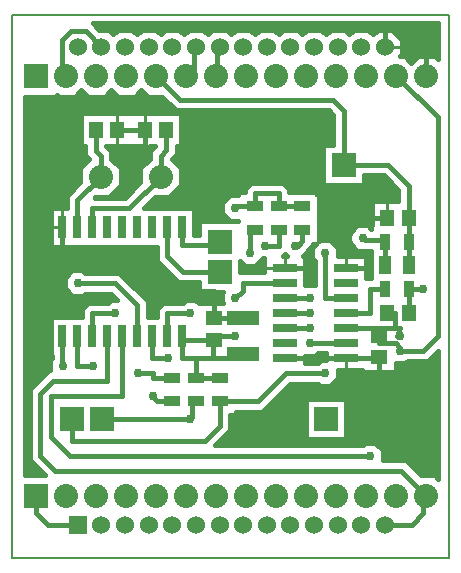
<source format=gbr>
G04 PROTEUS RS274X GERBER FILE*
%FSLAX45Y45*%
%MOMM*%
G01*
%ADD10C,0.381000*%
%ADD11C,0.762000*%
%ADD12C,0.254000*%
%ADD13R,1.524000X1.524000*%
%ADD14C,1.524000*%
%AMPPAD005*
4,1,36,
0.300000,0.885040,
0.300000,-0.885040,
0.298610,-0.899350,
0.294600,-0.912590,
0.288230,-0.924490,
0.279760,-0.934800,
0.269450,-0.943270,
0.257550,-0.949640,
0.244310,-0.953650,
0.230000,-0.955040,
-0.230000,-0.955040,
-0.244310,-0.953650,
-0.257550,-0.949640,
-0.269450,-0.943270,
-0.279760,-0.934800,
-0.288230,-0.924490,
-0.294600,-0.912590,
-0.298610,-0.899350,
-0.300000,-0.885040,
-0.300000,0.885040,
-0.298610,0.899350,
-0.294600,0.912590,
-0.288230,0.924490,
-0.279760,0.934800,
-0.269450,0.943270,
-0.257550,0.949640,
-0.244310,0.953650,
-0.230000,0.955040,
0.230000,0.955040,
0.244310,0.953650,
0.257550,0.949640,
0.269450,0.943270,
0.279760,0.934800,
0.288230,0.924490,
0.294600,0.912590,
0.298610,0.899350,
0.300000,0.885040,
0*%
%ADD15PPAD005*%
%ADD16R,1.447800X0.939800*%
%ADD17R,1.016000X1.524000*%
%ADD18R,2.032000X0.635000*%
%ADD19C,2.032000*%
%ADD70R,1.447800X1.143000*%
%ADD71R,1.143000X1.447800*%
%ADD20R,2.032000X2.032000*%
%ADD21R,0.939800X1.447800*%
%ADD22R,2.692400X1.143000*%
%ADD23C,0.203200*%
G36*
X+3605772Y-376306D02*
X+3578789Y-349323D01*
X+3436755Y-349323D01*
X+3380772Y-405306D01*
X+3324789Y-349323D01*
X+3283765Y-349323D01*
X+3301821Y-331267D01*
X+3301821Y-210277D01*
X+3216267Y-124723D01*
X+3095277Y-124723D01*
X+3055772Y-164228D01*
X+3016267Y-124723D01*
X+2895277Y-124723D01*
X+2855772Y-164228D01*
X+2816267Y-124723D01*
X+2695277Y-124723D01*
X+2655772Y-164228D01*
X+2616267Y-124723D01*
X+2495277Y-124723D01*
X+2455772Y-164228D01*
X+2416267Y-124723D01*
X+2295277Y-124723D01*
X+2255772Y-164228D01*
X+2216267Y-124723D01*
X+2095277Y-124723D01*
X+2055772Y-164228D01*
X+2016267Y-124723D01*
X+1895277Y-124723D01*
X+1855772Y-164228D01*
X+1816267Y-124723D01*
X+1695277Y-124723D01*
X+1655772Y-164228D01*
X+1616267Y-124723D01*
X+1495277Y-124723D01*
X+1455772Y-164228D01*
X+1416267Y-124723D01*
X+1295277Y-124723D01*
X+1255772Y-164228D01*
X+1216267Y-124723D01*
X+1095277Y-124723D01*
X+1055772Y-164228D01*
X+1016267Y-124723D01*
X+895277Y-124723D01*
X+855772Y-164228D01*
X+816267Y-124723D01*
X+735445Y-124723D01*
X+681494Y-70772D01*
X+3605772Y-70772D01*
X+3605772Y-376306D01*
G37*
G36*
X+1150755Y-692221D02*
X+1267499Y-692221D01*
X+1384949Y-809671D01*
X+2679449Y-809671D01*
X+2716873Y-847095D01*
X+2716873Y-1099323D01*
X+2634323Y-1099323D01*
X+2634323Y-1442221D01*
X+2977221Y-1442221D01*
X+2977221Y-1359671D01*
X+3144449Y-1359671D01*
X+3266873Y-1482095D01*
X+3266873Y-1578533D01*
X+3048773Y-1578533D01*
X+3048773Y-1778533D01*
X+3038933Y-1778533D01*
X+3038933Y-1809270D01*
X+3011486Y-1781823D01*
X+2922058Y-1781823D01*
X+2858823Y-1845058D01*
X+2858823Y-1854941D01*
X+2855554Y-1851672D01*
X+2823990Y-1851672D01*
X+2801672Y-1873990D01*
X+2801672Y-1905554D01*
X+2823990Y-1927872D01*
X+2855554Y-1927872D01*
X+2858823Y-1924603D01*
X+2858823Y-1934486D01*
X+2922058Y-1997721D01*
X+3035123Y-1997721D01*
X+3035123Y-2231873D01*
X+2997921Y-2231873D01*
X+2997921Y-2038173D01*
X+2757221Y-2038173D01*
X+2757221Y-1972058D01*
X+2693986Y-1908823D01*
X+2604558Y-1908823D01*
X+2598011Y-1915370D01*
X+2598011Y-1546872D01*
X+2601554Y-1546872D01*
X+2623872Y-1524554D01*
X+2623872Y-1492990D01*
X+2601554Y-1470672D01*
X+2569990Y-1470672D01*
X+2547672Y-1492990D01*
X+2547672Y-1503933D01*
X+2344671Y-1503933D01*
X+2344671Y-1471949D01*
X+2292595Y-1419873D01*
X+2018949Y-1419873D01*
X+1966873Y-1471949D01*
X+1966873Y-1503933D01*
X+1913533Y-1503933D01*
X+1913533Y-1527823D01*
X+1842558Y-1527823D01*
X+1779323Y-1591058D01*
X+1779323Y-1680486D01*
X+1842558Y-1743721D01*
X+1913533Y-1743721D01*
X+1913533Y-1749323D01*
X+1584323Y-1749323D01*
X+1584323Y-1862507D01*
X+1540621Y-1862507D01*
X+1540621Y-1633399D01*
X+1118867Y-1633399D01*
X+1210045Y-1542221D01*
X+1326789Y-1542221D01*
X+1427221Y-1441789D01*
X+1427221Y-1299755D01*
X+1350116Y-1222650D01*
X+1394671Y-1178095D01*
X+1394671Y-1113011D01*
X+1432771Y-1113011D01*
X+1432771Y-828533D01*
X+578773Y-828533D01*
X+578773Y-1113011D01*
X+616873Y-1113011D01*
X+616873Y-1186095D01*
X+653428Y-1222650D01*
X+576323Y-1299755D01*
X+576323Y-1416499D01*
X+462873Y-1529949D01*
X+462873Y-1633399D01*
X+324923Y-1633399D01*
X+324923Y-1964105D01*
X+1224873Y-1964105D01*
X+1224873Y-2082595D01*
X+1405949Y-2263671D01*
X+1584323Y-2263671D01*
X+1584323Y-2346221D01*
X+1786160Y-2346221D01*
X+1779323Y-2353058D01*
X+1779323Y-2442486D01*
X+1780610Y-2443773D01*
X+1577936Y-2443773D01*
X+1550986Y-2416823D01*
X+1461558Y-2416823D01*
X+1442508Y-2435873D01*
X+1276949Y-2435873D01*
X+1224873Y-2487949D01*
X+1224873Y-2555419D01*
X+1148671Y-2555419D01*
X+1148671Y-2422449D01*
X+908095Y-2181873D01*
X+617536Y-2181873D01*
X+598486Y-2162823D01*
X+509058Y-2162823D01*
X+445823Y-2226058D01*
X+445823Y-2315486D01*
X+509058Y-2378721D01*
X+598486Y-2378721D01*
X+617536Y-2359671D01*
X+834449Y-2359671D01*
X+891601Y-2416823D01*
X+826558Y-2416823D01*
X+807508Y-2435873D01*
X+641951Y-2435873D01*
X+589875Y-2487949D01*
X+589875Y-2555419D01*
X+324923Y-2555419D01*
X+324923Y-2886125D01*
X+335873Y-2886125D01*
X+335873Y-2907508D01*
X+318823Y-2924558D01*
X+318823Y-3007373D01*
X+311215Y-3007373D01*
X+147373Y-3171215D01*
X+147373Y-3768095D01*
X+278601Y-3899323D01*
X+105772Y-3899323D01*
X+105772Y-692221D01*
X+377221Y-692221D01*
X+377221Y-680687D01*
X+388755Y-692221D01*
X+530789Y-692221D01*
X+586772Y-636238D01*
X+642755Y-692221D01*
X+784789Y-692221D01*
X+840772Y-636238D01*
X+896755Y-692221D01*
X+1038789Y-692221D01*
X+1094772Y-636238D01*
X+1150755Y-692221D01*
G37*
%LPC*%
G36*
X+982490Y-2181872D02*
X+1014054Y-2181872D01*
X+1036372Y-2159554D01*
X+1036372Y-2127990D01*
X+1014054Y-2105672D01*
X+982490Y-2105672D01*
X+960172Y-2127990D01*
X+960172Y-2159554D01*
X+982490Y-2181872D01*
G37*
G36*
X+2442990Y-908872D02*
X+2474554Y-908872D01*
X+2496872Y-886554D01*
X+2496872Y-854990D01*
X+2474554Y-832672D01*
X+2442990Y-832672D01*
X+2420672Y-854990D01*
X+2420672Y-886554D01*
X+2442990Y-908872D01*
G37*
%LPD*%
G36*
X+3605772Y-3926306D02*
X+3578789Y-3899323D01*
X+3462045Y-3899323D01*
X+3332095Y-3769373D01*
X+3138221Y-3769373D01*
X+3138221Y-3686558D01*
X+3074986Y-3623323D01*
X+2985558Y-3623323D01*
X+2966508Y-3642373D01*
X+1716393Y-3642373D01*
X+1844671Y-3514095D01*
X+1844671Y-3387611D01*
X+1898011Y-3387611D01*
X+1898011Y-3359671D01*
X+2114595Y-3359671D01*
X+2352595Y-3121671D01*
X+2585508Y-3121671D01*
X+2604558Y-3140721D01*
X+2693986Y-3140721D01*
X+2757221Y-3077486D01*
X+2757221Y-3003371D01*
X+2963533Y-3003371D01*
X+2963533Y-3027771D01*
X+3248011Y-3027771D01*
X+3248011Y-2950221D01*
X+3328986Y-2950221D01*
X+3348036Y-2931171D01*
X+3517095Y-2931171D01*
X+3605772Y-2842494D01*
X+3605772Y-3926306D01*
G37*
%LPC*%
G36*
X+2484323Y-3592221D02*
X+2827221Y-3592221D01*
X+2827221Y-3249323D01*
X+2484323Y-3249323D01*
X+2484323Y-3592221D01*
G37*
G36*
X+3089990Y-3108872D02*
X+3121554Y-3108872D01*
X+3143872Y-3086554D01*
X+3143872Y-3054990D01*
X+3121554Y-3032672D01*
X+3089990Y-3032672D01*
X+3067672Y-3054990D01*
X+3067672Y-3086554D01*
X+3089990Y-3108872D01*
G37*
%LPD*%
G36*
X+1192911Y-1128411D02*
X+1166873Y-1154449D01*
X+1166873Y-1217205D01*
X+1084323Y-1299755D01*
X+1084323Y-1416499D01*
X+953949Y-1546873D01*
X+697393Y-1546873D01*
X+702045Y-1542221D01*
X+818789Y-1542221D01*
X+919221Y-1441789D01*
X+919221Y-1299755D01*
X+836671Y-1217205D01*
X+836671Y-1154449D01*
X+795233Y-1113011D01*
X+1087172Y-1113011D01*
X+1087172Y-1143554D01*
X+1109490Y-1165872D01*
X+1141054Y-1165872D01*
X+1163372Y-1143554D01*
X+1163372Y-1113011D01*
X+1208311Y-1113011D01*
X+1192911Y-1128411D01*
G37*
G36*
X+2327510Y-2038173D02*
X+2296593Y-2038173D01*
X+2312052Y-2022714D01*
X+2327510Y-2038173D01*
G37*
G36*
X+2134323Y-2177873D02*
X+1927221Y-2177873D01*
X+1927221Y-2082384D01*
X+1969558Y-2124721D01*
X+2058986Y-2124721D01*
X+2122221Y-2061486D01*
X+2122221Y-2061221D01*
X+2134323Y-2061221D01*
X+2134323Y-2177873D01*
G37*
G36*
X+2541323Y-1972058D02*
X+2541323Y-2061486D01*
X+2560373Y-2080536D01*
X+2560373Y-2289823D01*
X+2477558Y-2289823D01*
X+2477221Y-2290160D01*
X+2477221Y-2038173D01*
X+2463034Y-2038173D01*
X+2503221Y-1997986D01*
X+2503221Y-1993445D01*
X+2544671Y-1951995D01*
X+2544671Y-1937611D01*
X+2575770Y-1937611D01*
X+2541323Y-1972058D01*
G37*
%LPC*%
G36*
X+2506490Y-2181872D02*
X+2538054Y-2181872D01*
X+2560372Y-2159554D01*
X+2560372Y-2127990D01*
X+2538054Y-2105672D01*
X+2506490Y-2105672D01*
X+2484172Y-2127990D01*
X+2484172Y-2159554D01*
X+2506490Y-2181872D01*
G37*
%LPD*%
G36*
X+2655023Y-2876371D02*
X+2655023Y-2924823D01*
X+2604558Y-2924823D01*
X+2585508Y-2943873D01*
X+2477221Y-2943873D01*
X+2477221Y-2886384D01*
X+2477558Y-2886721D01*
X+2566986Y-2886721D01*
X+2590036Y-2863671D01*
X+2655023Y-2863671D01*
X+2655023Y-2876371D01*
G37*
D10*
X+1506272Y-2524772D02*
X+1313772Y-2524772D01*
X+1313772Y-2720772D01*
X+2014272Y-2016772D02*
X+2014272Y-1820772D01*
X+2055772Y-1820772D01*
X+1506272Y-3420772D02*
X+1525322Y-3401722D01*
X+1525322Y-3270772D01*
X+1555772Y-3270772D01*
X+2522272Y-2524772D02*
X+2518272Y-2520772D01*
X+2305772Y-2520772D01*
X+759772Y-3420772D02*
X+1506272Y-3420772D01*
X+680772Y-2969272D02*
X+551772Y-2969272D01*
X+551772Y-2720772D01*
X+1755772Y-3270772D02*
X+1755772Y-3477272D01*
X+1628772Y-3604272D01*
X+505772Y-3604272D01*
X+505772Y-3420772D01*
X+426772Y-2969272D02*
X+424772Y-2967272D01*
X+424772Y-2720772D01*
X+1755772Y-3270772D02*
X+2077772Y-3270772D01*
X+2315772Y-3032772D01*
X+2649272Y-3032772D01*
X+2522272Y-2397772D02*
X+2305772Y-2397772D01*
X+2305772Y-2393772D01*
X+747772Y-1370772D02*
X+551772Y-1566772D01*
X+551772Y-1798752D01*
X+747772Y-1370772D02*
X+747772Y-1191272D01*
X+705772Y-1149272D01*
X+705772Y-970772D01*
X+1255772Y-1370772D02*
X+990772Y-1635772D01*
X+678772Y-1635772D01*
X+678772Y-1798752D01*
X+1255772Y-1370772D02*
X+1255772Y-1191272D01*
X+1305772Y-1141272D01*
X+1305772Y-970772D01*
X+1755772Y-2174772D02*
X+1442772Y-2174772D01*
X+1313772Y-2045772D01*
X+1313772Y-1798752D01*
X+2522272Y-2651772D02*
X+2305772Y-2651772D01*
X+2305772Y-2647772D01*
X+2395272Y-1953272D02*
X+2417672Y-1953272D01*
X+2455772Y-1915172D01*
X+2455772Y-1820772D01*
X+1887272Y-2397772D02*
X+1950772Y-2334272D01*
X+1950772Y-2266772D01*
X+2305772Y-2266772D01*
X+1755772Y-1920772D02*
X+1725138Y-1951406D01*
X+1440772Y-1951406D01*
X+1440772Y-1798752D01*
X+2522272Y-2778772D02*
X+2526272Y-2774772D01*
X+2826472Y-2774772D01*
X+3155772Y-1920772D02*
X+3155772Y-1908822D01*
X+2985822Y-1908822D01*
X+2966772Y-1889772D01*
X+3155772Y-1920772D02*
X+3155772Y-2120772D01*
X+3355772Y-2320772D02*
X+3355772Y-2520772D01*
X+2649272Y-2016772D02*
X+2649272Y-2393772D01*
X+2826472Y-2393772D01*
X+2826472Y-2520772D02*
X+3030272Y-2520772D01*
X+3030272Y-2320772D01*
X+3155772Y-2320772D01*
X+1440772Y-2720772D02*
X+1440772Y-2720771D01*
X+1696772Y-2905772D02*
X+1555772Y-2905772D01*
X+1696772Y-2905772D02*
X+1852272Y-2905772D01*
X+1887272Y-2870772D01*
X+1955772Y-2870772D01*
X+1555772Y-3070772D02*
X+1555772Y-2905772D01*
X+1696772Y-2778772D02*
X+1696772Y-2905772D01*
X+1188772Y-3223272D02*
X+1188772Y-3232672D01*
X+1226872Y-3270772D01*
X+1355772Y-3270772D01*
X+2255772Y-1620772D02*
X+2255772Y-1508772D01*
X+2055772Y-1508772D01*
X+2055772Y-1620772D01*
X+1555772Y-3070772D02*
X+1555772Y-3070773D01*
X+1755772Y-3070773D01*
X+1755772Y-3070772D01*
X+1705772Y-2750772D02*
X+1705772Y-2715272D01*
X+1887272Y-2715272D01*
X+2055772Y-1620772D02*
X+1902272Y-1620772D01*
X+1887272Y-1635772D01*
X+1443399Y-2750772D02*
X+1569772Y-2750772D01*
X+2255772Y-1620772D02*
X+2455772Y-1620772D01*
X+1705772Y-2750772D02*
X+1696772Y-2750772D01*
X+1696772Y-2778772D01*
X+1569772Y-2750772D02*
X+1696772Y-2750772D01*
X+1443399Y-2750772D02*
X+1440772Y-2753399D01*
X+1555772Y-2905772D02*
X+1440772Y-2905772D01*
X+1440772Y-2753399D01*
X+1440772Y-2720772D01*
X+1755772Y-270772D02*
X+1736722Y-289822D01*
X+1736722Y-513822D01*
X+1729772Y-520772D01*
X+1555772Y-270772D02*
X+1536722Y-289822D01*
X+1536722Y-459822D01*
X+1475772Y-520772D01*
X+1061772Y-3032772D02*
X+1188772Y-3032772D01*
X+1188772Y-3070772D01*
X+1355772Y-3070772D01*
X+678772Y-2720772D02*
X+678773Y-2720772D01*
X+871272Y-2524772D02*
X+678773Y-2524772D01*
X+678772Y-2720772D01*
X+1315772Y-2905772D02*
X+1186772Y-2905772D01*
X+1186772Y-2720772D01*
X+2141272Y-1953272D02*
X+2255772Y-1953272D01*
X+2255772Y-1820772D01*
X+3240648Y-2649024D02*
X+3220772Y-2647772D01*
X+2826472Y-2647772D01*
X+3284272Y-2715272D02*
X+3258872Y-2715272D01*
X+3284272Y-2651772D01*
X+3240648Y-2649024D01*
X+3240648Y-2520772D01*
X+3175772Y-2520772D01*
X+3284272Y-2842272D02*
X+3284272Y-2816872D01*
X+3246172Y-2778772D01*
X+3105772Y-2778772D01*
X+3105772Y-2720772D01*
X+2826472Y-2901772D02*
X+3105772Y-2901772D01*
X+1705772Y-2570772D02*
X+1705772Y-2334272D01*
X+1315772Y-2334272D01*
X+1125272Y-2143772D01*
X+998272Y-2143772D01*
X+553772Y-2143772D01*
X+424772Y-2014772D01*
X+424772Y-1798752D01*
X+424772Y-1798753D01*
X+3507772Y-520772D02*
X+3507772Y-238772D01*
X+3380772Y-111772D01*
X+3155772Y-111772D01*
X+3155772Y-270772D01*
X+2839772Y-1889772D02*
X+2839772Y-1720772D01*
X+3175772Y-1720772D01*
X+2839772Y-1889772D02*
X+2839772Y-2016772D01*
X+3030272Y-2016772D01*
X+3030272Y-2139772D01*
X+2826472Y-2139772D01*
X+2522272Y-2143772D02*
X+2518272Y-2139772D01*
X+2305772Y-2139772D01*
X+3105772Y-2901772D02*
X+3105772Y-2900772D01*
X+1125272Y-1127772D02*
X+1125772Y-1127272D01*
X+1125772Y-970772D01*
X+2826472Y-2901772D02*
X+2826472Y-2901773D01*
X+2585772Y-2901773D01*
X+2585771Y-2901772D01*
X+2305772Y-2901772D01*
X+1705772Y-2570772D02*
X+1705772Y-2570773D01*
X+1955772Y-2570773D01*
X+1955772Y-2570772D01*
X+805772Y-2720772D02*
X+805773Y-2720772D01*
X+553772Y-2270772D02*
X+871272Y-2270772D01*
X+1059772Y-2459272D01*
X+1059772Y-2720772D01*
X+3030272Y-3731272D02*
X+490272Y-3731272D01*
X+329747Y-3570747D01*
X+329747Y-3223272D01*
X+932772Y-3223272D01*
X+932772Y-2720772D01*
X+3355772Y-1720772D02*
X+3355772Y-1445272D01*
X+3181272Y-1270772D01*
X+2805772Y-1270772D01*
X+3355772Y-1920772D02*
X+3355772Y-2072652D01*
X+3363392Y-2080272D01*
X+3363392Y-2120612D01*
X+3355772Y-1720772D02*
X+3355772Y-1920772D01*
X+3105772Y-3070772D02*
X+3105772Y-2901772D01*
X+3355772Y-2320772D02*
X+3474772Y-2320772D01*
X+3155772Y-4320772D02*
X+3381506Y-4320772D01*
X+3482196Y-4220082D01*
X+3482196Y-4096348D01*
X+3507772Y-4070772D01*
X+555772Y-4320772D02*
X+305772Y-4320772D01*
X+205772Y-4220772D01*
X+205772Y-4070772D01*
X+2805772Y-1270772D02*
X+2805772Y-810272D01*
X+2716272Y-720772D01*
X+1421772Y-720772D01*
X+1221772Y-520772D01*
X+2458772Y-870772D02*
X+2458772Y-1381772D01*
X+2585772Y-1508772D01*
X+1125772Y-970772D02*
X+885772Y-970772D01*
X+459772Y-520772D02*
X+409772Y-470772D01*
X+405772Y-470772D01*
X+422422Y-454122D01*
X+422422Y-215537D01*
X+500537Y-137422D01*
X+622422Y-137422D01*
X+755772Y-270772D01*
X+3601772Y-2720772D02*
X+3480272Y-2842272D01*
X+3253772Y-520772D02*
X+3601772Y-868772D01*
X+3601772Y-2720772D01*
X+3480272Y-2842272D02*
X+3411272Y-2842272D01*
X+3284272Y-2842272D01*
X+355772Y-3096272D02*
X+348038Y-3096272D01*
X+236272Y-3208038D01*
X+236272Y-3220772D01*
X+3507772Y-4070772D02*
X+3295272Y-3858272D01*
X+363272Y-3858272D01*
X+236272Y-3731272D01*
X+236272Y-3220772D01*
X+355772Y-3096272D02*
X+805773Y-3096272D01*
X+805772Y-2720772D01*
D11*
X+1506272Y-2524772D03*
X+2014272Y-2016772D03*
X+2522272Y-2524772D03*
X+680772Y-2969272D03*
X+1506272Y-3420772D03*
X+426772Y-2969272D03*
X+2649272Y-3032772D03*
X+2522272Y-2397772D03*
X+2522272Y-2651772D03*
X+2395272Y-1953272D03*
X+1887272Y-2397772D03*
X+2522272Y-2778772D03*
X+2649272Y-2016772D03*
X+1188772Y-3223272D03*
X+1887272Y-2715272D03*
X+1887272Y-1635772D03*
X+1061772Y-3032772D03*
X+871272Y-2524772D03*
X+2141272Y-1953272D03*
X+1315772Y-2905772D03*
X+3284272Y-2842272D03*
X+3284272Y-2715272D03*
X+3105772Y-3070772D03*
X+1125272Y-1127772D03*
X+998272Y-2143772D03*
X+2839772Y-1889772D03*
X+553772Y-2270772D03*
X+3030272Y-3731272D03*
X+2522272Y-2143772D03*
X+3474772Y-2320772D03*
X+2966772Y-1889772D03*
X+2458772Y-870772D03*
X+2585772Y-1508772D03*
D10*
X+3605772Y-376306D02*
X+3578789Y-349323D01*
X+3436755Y-349323D01*
X+3380772Y-405306D01*
X+3324789Y-349323D01*
X+3283765Y-349323D01*
X+3301821Y-331267D01*
X+3301821Y-210277D01*
X+3216267Y-124723D01*
X+3095277Y-124723D01*
X+3055772Y-164228D01*
X+3016267Y-124723D01*
X+2895277Y-124723D01*
X+2855772Y-164228D01*
X+2816267Y-124723D01*
X+2695277Y-124723D01*
X+2655772Y-164228D01*
X+2616267Y-124723D01*
X+2495277Y-124723D01*
X+2455772Y-164228D01*
X+2416267Y-124723D01*
X+2295277Y-124723D01*
X+2255772Y-164228D01*
X+2216267Y-124723D01*
X+2095277Y-124723D01*
X+2055772Y-164228D01*
X+2016267Y-124723D01*
X+1895277Y-124723D01*
X+1855772Y-164228D01*
X+1816267Y-124723D01*
X+1695277Y-124723D01*
X+1655772Y-164228D01*
X+1616267Y-124723D01*
X+1495277Y-124723D01*
X+1455772Y-164228D01*
X+1416267Y-124723D01*
X+1295277Y-124723D01*
X+1255772Y-164228D01*
X+1216267Y-124723D01*
X+1095277Y-124723D01*
X+1055772Y-164228D01*
X+1016267Y-124723D01*
X+895277Y-124723D01*
X+855772Y-164228D01*
X+816267Y-124723D01*
X+735445Y-124723D01*
X+681494Y-70772D01*
X+3605772Y-70772D01*
X+3605772Y-376306D01*
X+1150755Y-692221D02*
X+1267499Y-692221D01*
X+1384949Y-809671D01*
X+2679449Y-809671D01*
X+2716873Y-847095D01*
X+2716873Y-1099323D01*
X+2634323Y-1099323D01*
X+2634323Y-1442221D01*
X+2977221Y-1442221D01*
X+2977221Y-1359671D01*
X+3144449Y-1359671D01*
X+3266873Y-1482095D01*
X+3266873Y-1578533D01*
X+3048773Y-1578533D01*
X+3048773Y-1778533D01*
X+3038933Y-1778533D01*
X+3038933Y-1809270D01*
X+3011486Y-1781823D01*
X+2922058Y-1781823D01*
X+2858823Y-1845058D01*
X+2858823Y-1854941D01*
X+2855554Y-1851672D01*
X+2823990Y-1851672D01*
X+2801672Y-1873990D01*
X+2801672Y-1905554D01*
X+2823990Y-1927872D01*
X+2855554Y-1927872D01*
X+2858823Y-1924603D01*
X+2858823Y-1934486D01*
X+2922058Y-1997721D01*
X+3035123Y-1997721D01*
X+3035123Y-2231873D01*
X+2997921Y-2231873D01*
X+2997921Y-2038173D01*
X+2757221Y-2038173D01*
X+2757221Y-1972058D01*
X+2693986Y-1908823D01*
X+2604558Y-1908823D01*
X+2598011Y-1915370D01*
X+2598011Y-1546872D01*
X+2601554Y-1546872D01*
X+2623872Y-1524554D01*
X+2623872Y-1492990D01*
X+2601554Y-1470672D01*
X+2569990Y-1470672D01*
X+2547672Y-1492990D01*
X+2547672Y-1503933D01*
X+2344671Y-1503933D01*
X+2344671Y-1471949D01*
X+2292595Y-1419873D01*
X+2018949Y-1419873D01*
X+1966873Y-1471949D01*
X+1966873Y-1503933D01*
X+1913533Y-1503933D01*
X+1913533Y-1527823D01*
X+1842558Y-1527823D01*
X+1779323Y-1591058D01*
X+1779323Y-1680486D01*
X+1842558Y-1743721D01*
X+1913533Y-1743721D01*
X+1913533Y-1749323D01*
X+1584323Y-1749323D01*
X+1584323Y-1862507D01*
X+1540621Y-1862507D01*
X+1540621Y-1633399D01*
X+1118867Y-1633399D01*
X+1210045Y-1542221D01*
X+1326789Y-1542221D01*
X+1427221Y-1441789D01*
X+1427221Y-1299755D01*
X+1350116Y-1222650D01*
X+1394671Y-1178095D01*
X+1394671Y-1113011D01*
X+1432771Y-1113011D01*
X+1432771Y-828533D01*
X+578773Y-828533D01*
X+578773Y-1113011D01*
X+616873Y-1113011D01*
X+616873Y-1186095D01*
X+653428Y-1222650D01*
X+576323Y-1299755D01*
X+576323Y-1416499D01*
X+462873Y-1529949D01*
X+462873Y-1633399D01*
X+324923Y-1633399D01*
X+324923Y-1964105D01*
X+1224873Y-1964105D01*
X+1224873Y-2082595D01*
X+1405949Y-2263671D01*
X+1584323Y-2263671D01*
X+1584323Y-2346221D01*
X+1786160Y-2346221D01*
X+1779323Y-2353058D01*
X+1779323Y-2442486D01*
X+1780610Y-2443773D01*
X+1577936Y-2443773D01*
X+1550986Y-2416823D01*
X+1461558Y-2416823D01*
X+1442508Y-2435873D01*
X+1276949Y-2435873D01*
X+1224873Y-2487949D01*
X+1224873Y-2555419D01*
X+1148671Y-2555419D01*
X+1148671Y-2422449D01*
X+908095Y-2181873D01*
X+617536Y-2181873D01*
X+598486Y-2162823D01*
X+509058Y-2162823D01*
X+445823Y-2226058D01*
X+445823Y-2315486D01*
X+509058Y-2378721D01*
X+598486Y-2378721D01*
X+617536Y-2359671D01*
X+834449Y-2359671D01*
X+891601Y-2416823D01*
X+826558Y-2416823D01*
X+807508Y-2435873D01*
X+641951Y-2435873D01*
X+589875Y-2487949D01*
X+589875Y-2555419D01*
X+324923Y-2555419D01*
X+324923Y-2886125D01*
X+335873Y-2886125D01*
X+335873Y-2907508D01*
X+318823Y-2924558D01*
X+318823Y-3007373D01*
X+311215Y-3007373D01*
X+147373Y-3171215D01*
X+147373Y-3768095D01*
X+278601Y-3899323D01*
X+105772Y-3899323D01*
X+105772Y-692221D01*
X+377221Y-692221D01*
X+377221Y-680687D01*
X+388755Y-692221D01*
X+530789Y-692221D01*
X+586772Y-636238D01*
X+642755Y-692221D01*
X+784789Y-692221D01*
X+840772Y-636238D01*
X+896755Y-692221D01*
X+1038789Y-692221D01*
X+1094772Y-636238D01*
X+1150755Y-692221D01*
X+982490Y-2181872D02*
X+1014054Y-2181872D01*
X+1036372Y-2159554D01*
X+1036372Y-2127990D01*
X+1014054Y-2105672D01*
X+982490Y-2105672D01*
X+960172Y-2127990D01*
X+960172Y-2159554D01*
X+982490Y-2181872D01*
X+2442990Y-908872D02*
X+2474554Y-908872D01*
X+2496872Y-886554D01*
X+2496872Y-854990D01*
X+2474554Y-832672D01*
X+2442990Y-832672D01*
X+2420672Y-854990D01*
X+2420672Y-886554D01*
X+2442990Y-908872D01*
X+3605772Y-3926306D02*
X+3578789Y-3899323D01*
X+3462045Y-3899323D01*
X+3332095Y-3769373D01*
X+3138221Y-3769373D01*
X+3138221Y-3686558D01*
X+3074986Y-3623323D01*
X+2985558Y-3623323D01*
X+2966508Y-3642373D01*
X+1716393Y-3642373D01*
X+1844671Y-3514095D01*
X+1844671Y-3387611D01*
X+1898011Y-3387611D01*
X+1898011Y-3359671D01*
X+2114595Y-3359671D01*
X+2352595Y-3121671D01*
X+2585508Y-3121671D01*
X+2604558Y-3140721D01*
X+2693986Y-3140721D01*
X+2757221Y-3077486D01*
X+2757221Y-3003371D01*
X+2963533Y-3003371D01*
X+2963533Y-3027771D01*
X+3248011Y-3027771D01*
X+3248011Y-2950221D01*
X+3328986Y-2950221D01*
X+3348036Y-2931171D01*
X+3517095Y-2931171D01*
X+3605772Y-2842494D01*
X+3605772Y-3926306D01*
X+2484323Y-3592221D02*
X+2827221Y-3592221D01*
X+2827221Y-3249323D01*
X+2484323Y-3249323D01*
X+2484323Y-3592221D01*
X+3089990Y-3108872D02*
X+3121554Y-3108872D01*
X+3143872Y-3086554D01*
X+3143872Y-3054990D01*
X+3121554Y-3032672D01*
X+3089990Y-3032672D01*
X+3067672Y-3054990D01*
X+3067672Y-3086554D01*
X+3089990Y-3108872D01*
X+1192911Y-1128411D02*
X+1166873Y-1154449D01*
X+1166873Y-1217205D01*
X+1084323Y-1299755D01*
X+1084323Y-1416499D01*
X+953949Y-1546873D01*
X+697393Y-1546873D01*
X+702045Y-1542221D01*
X+818789Y-1542221D01*
X+919221Y-1441789D01*
X+919221Y-1299755D01*
X+836671Y-1217205D01*
X+836671Y-1154449D01*
X+795233Y-1113011D01*
X+1087172Y-1113011D01*
X+1087172Y-1143554D01*
X+1109490Y-1165872D01*
X+1141054Y-1165872D01*
X+1163372Y-1143554D01*
X+1163372Y-1113011D01*
X+1208311Y-1113011D01*
X+1192911Y-1128411D01*
X+2327510Y-2038173D02*
X+2296593Y-2038173D01*
X+2312052Y-2022714D01*
X+2327510Y-2038173D01*
X+2134323Y-2177873D02*
X+1927221Y-2177873D01*
X+1927221Y-2082384D01*
X+1969558Y-2124721D01*
X+2058986Y-2124721D01*
X+2122221Y-2061486D01*
X+2122221Y-2061221D01*
X+2134323Y-2061221D01*
X+2134323Y-2177873D01*
X+2541323Y-1972058D02*
X+2541323Y-2061486D01*
X+2560373Y-2080536D01*
X+2560373Y-2289823D01*
X+2477558Y-2289823D01*
X+2477221Y-2290160D01*
X+2477221Y-2038173D01*
X+2463034Y-2038173D01*
X+2503221Y-1997986D01*
X+2503221Y-1993445D01*
X+2544671Y-1951995D01*
X+2544671Y-1937611D01*
X+2575770Y-1937611D01*
X+2541323Y-1972058D01*
X+2506490Y-2181872D02*
X+2538054Y-2181872D01*
X+2560372Y-2159554D01*
X+2560372Y-2127990D01*
X+2538054Y-2105672D01*
X+2506490Y-2105672D01*
X+2484172Y-2127990D01*
X+2484172Y-2159554D01*
X+2506490Y-2181872D01*
X+2655023Y-2876371D02*
X+2655023Y-2924823D01*
X+2604558Y-2924823D01*
X+2585508Y-2943873D01*
X+2477221Y-2943873D01*
X+2477221Y-2886384D01*
X+2477558Y-2886721D01*
X+2566986Y-2886721D01*
X+2590036Y-2863671D01*
X+2655023Y-2863671D01*
X+2655023Y-2876371D01*
D12*
X+3301821Y-270772D02*
X+3155772Y-270772D01*
X+3155772Y-124723D02*
X+3155772Y-270772D01*
X+424772Y-1633399D02*
X+424772Y-1798752D01*
X+424772Y-1964105D02*
X+424772Y-1798752D01*
X+324923Y-1798752D02*
X+424772Y-1798752D01*
X+2305772Y-2038173D02*
X+2305772Y-2139772D01*
X+2477221Y-2139772D02*
X+2305772Y-2139772D01*
X+2134323Y-2139772D02*
X+2305772Y-2139772D01*
X+2477221Y-2901772D02*
X+2305772Y-2901772D01*
X+2826472Y-3003371D02*
X+2826472Y-2901772D01*
X+2655023Y-2901772D02*
X+2826472Y-2901772D01*
X+2826472Y-2038173D02*
X+2826472Y-2139772D01*
X+2997921Y-2139772D02*
X+2826472Y-2139772D01*
X+1705772Y-2443773D02*
X+1705772Y-2570772D01*
X+885772Y-1113011D02*
X+885772Y-970772D01*
X+885772Y-828533D02*
X+885772Y-970772D01*
X+1125772Y-828533D02*
X+1125772Y-970772D01*
X+3048773Y-1720772D02*
X+3175772Y-1720772D01*
X+3175772Y-1578533D02*
X+3175772Y-1720772D01*
X+3105772Y-3027771D02*
X+3105772Y-2900772D01*
X+3507772Y-349323D02*
X+3507772Y-520772D01*
D13*
X+555772Y-4320772D03*
D14*
X+555772Y-270772D03*
X+755772Y-4320772D03*
X+755772Y-270772D03*
X+955772Y-4320772D03*
X+955772Y-270772D03*
X+1155772Y-4320772D03*
X+1155772Y-270772D03*
X+1355772Y-4320772D03*
X+1355772Y-270772D03*
X+1555772Y-4320772D03*
X+1555772Y-270772D03*
X+1755772Y-4320772D03*
X+1755772Y-270772D03*
X+1955772Y-4320772D03*
X+1955772Y-270772D03*
X+2155772Y-4320772D03*
X+2155772Y-270772D03*
X+2355772Y-4320772D03*
X+2355772Y-270772D03*
X+2555772Y-4320772D03*
X+2555772Y-270772D03*
X+2755772Y-4320772D03*
X+2755772Y-270772D03*
X+2955772Y-4320772D03*
X+2955772Y-270772D03*
X+3155772Y-4320772D03*
X+3155772Y-270772D03*
D15*
X+1440772Y-1798752D03*
X+1313772Y-1798752D03*
X+1186772Y-1798752D03*
X+1059772Y-1798752D03*
X+932772Y-1798752D03*
X+805772Y-1798752D03*
X+678772Y-1798752D03*
X+551772Y-1798752D03*
X+424772Y-1798752D03*
X+424772Y-2720772D03*
X+551772Y-2720772D03*
X+678772Y-2720772D03*
X+805772Y-2720772D03*
X+932772Y-2720772D03*
X+1059772Y-2720772D03*
X+1186772Y-2720772D03*
X+1313772Y-2720772D03*
X+1440772Y-2720772D03*
D16*
X+1355772Y-3270772D03*
X+1355772Y-3070772D03*
D17*
X+3363392Y-2120612D03*
X+3155772Y-2120772D03*
D18*
X+2305772Y-2139772D03*
X+2305772Y-2266772D03*
X+2305772Y-2393772D03*
X+2305772Y-2520772D03*
X+2305772Y-2647772D03*
X+2305772Y-2774772D03*
X+2305772Y-2901772D03*
X+2826472Y-2901772D03*
X+2826472Y-2774772D03*
X+2826472Y-2647772D03*
X+2826472Y-2520772D03*
X+2826472Y-2393772D03*
X+2826472Y-2266772D03*
X+2826472Y-2139772D03*
D19*
X+747772Y-1370772D03*
X+1255772Y-1370772D03*
D70*
X+1705772Y-2750772D03*
X+1705772Y-2570772D03*
D71*
X+705772Y-970772D03*
X+885772Y-970772D03*
X+1305772Y-970772D03*
X+1125772Y-970772D03*
X+3175772Y-2520772D03*
X+3355772Y-2520772D03*
X+3355772Y-1720772D03*
X+3175772Y-1720772D03*
D70*
X+3105772Y-2720772D03*
X+3105772Y-2900772D03*
D20*
X+2805772Y-1270772D03*
X+2655772Y-3420772D03*
D16*
X+2255772Y-1620772D03*
X+2255772Y-1820772D03*
X+2055772Y-1620772D03*
X+2055772Y-1820772D03*
X+2455772Y-1620772D03*
X+2455772Y-1820772D03*
X+1555772Y-3070772D03*
X+1555772Y-3270772D03*
X+1755772Y-3070772D03*
X+1755772Y-3270772D03*
D21*
X+3355772Y-1920772D03*
X+3155772Y-1920772D03*
X+3355772Y-2320772D03*
X+3155772Y-2320772D03*
D20*
X+205772Y-520772D03*
D19*
X+459772Y-520772D03*
X+713772Y-520772D03*
X+967772Y-520772D03*
X+1221772Y-520772D03*
X+1475772Y-520772D03*
X+1729772Y-520772D03*
X+1983772Y-520772D03*
X+2237772Y-520772D03*
X+2491772Y-520772D03*
X+2745772Y-520772D03*
X+2999772Y-520772D03*
X+3253772Y-520772D03*
X+3507772Y-520772D03*
D20*
X+205772Y-4070772D03*
D19*
X+459772Y-4070772D03*
X+713772Y-4070772D03*
X+967772Y-4070772D03*
X+1221772Y-4070772D03*
X+1475772Y-4070772D03*
X+1729772Y-4070772D03*
X+1983772Y-4070772D03*
X+2237772Y-4070772D03*
X+2491772Y-4070772D03*
X+2745772Y-4070772D03*
X+2999772Y-4070772D03*
X+3253772Y-4070772D03*
X+3507772Y-4070772D03*
D22*
X+1955772Y-2870772D03*
X+1955772Y-2570772D03*
D20*
X+505772Y-3420772D03*
X+759772Y-3420772D03*
X+1755772Y-1920772D03*
X+1755772Y-2174772D03*
D23*
X+0Y-4600000D02*
X+3700000Y-4600000D01*
X+3700000Y+0D01*
X+0Y+0D01*
X+0Y-4600000D01*
M02*

</source>
